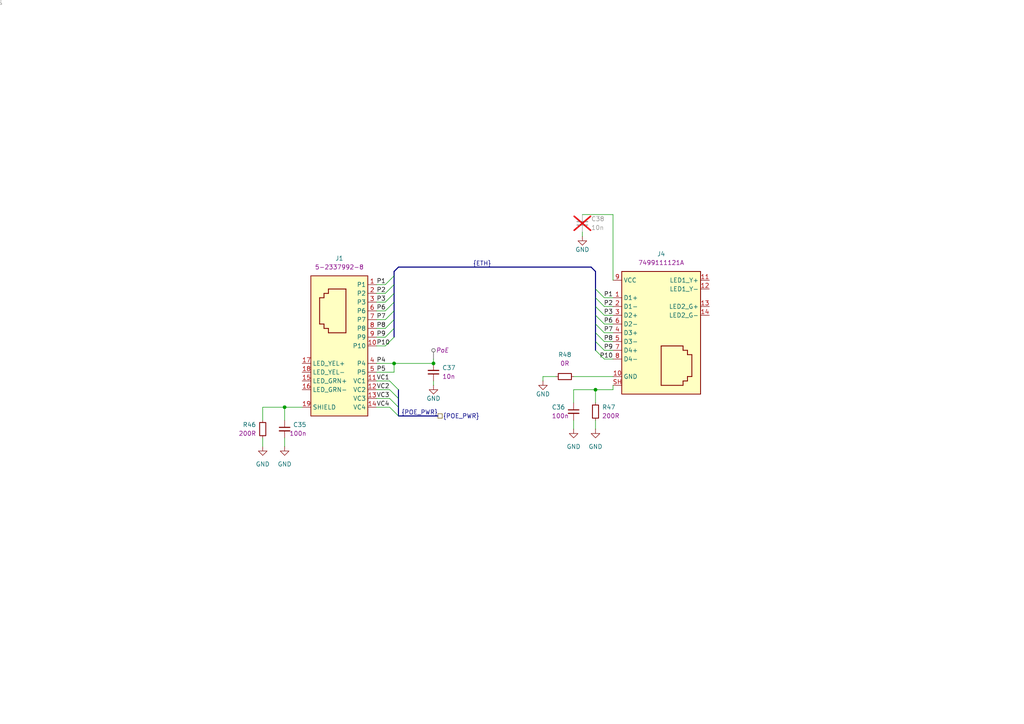
<source format=kicad_sch>
(kicad_sch (version 20230121) (generator eeschema)
  (paper "A4")
  (lib_symbols
    (symbol "antmicroCapacitors0402:C_100n_0402" (pin_numbers hide) (pin_names hide)
      (property "Reference" "C" (at 20.32 -5.08 0))
      (property "Val" "100n" (at 20.32 -7.62 0))
      (symbol "C_100n_0402_0_1"
        (polyline (pts (xy 2.032 -1.524) (xy 2.032 1.524)) (stroke (width 0.3048)))
        (polyline (pts (xy 3.048 -1.524) (xy 3.048 1.524)) (stroke (width 0.3302)))
      )
      (symbol "C_100n_0402_1_1"
        (pin passive line (at 0 0 0) (length 2.032) (name "~") (number "1"))
        (pin passive line (at 5.08 0 180) (length 2.032) (name "~") (number "2"))
      )
    )
    (symbol "antmicroCapacitors0603:C_10n_0603" (pin_numbers hide) (pin_names hide)
      (property "Reference" "C" (at 20.32 -5.08 0))
      (property "Val" "10n" (at 20.32 -7.62 0))
      (symbol "C_10n_0603_0_1"
        (polyline (pts (xy 2.032 -1.524) (xy 2.032 1.524)) (stroke (width 0.3048)))
        (polyline (pts (xy 3.048 -1.524) (xy 3.048 1.524)) (stroke (width 0.3302)))
      )
      (symbol "C_10n_0603_1_1"
        (pin passive line (at 0 0 0) (length 2.032) (name "~") (number "1"))
        (pin passive line (at 5.08 0 180) (length 2.032) (name "~") (number "2"))
      )
    )
    (symbol "antmicroModularConnectorsJacksWithMagnetics:Bus_RJ45_5-2337992-8"
      (property "Reference" "J" (at 35.56 -2.54 0))
      (property "MPN" "5-2337992-8" (at 35.56 -12.7 0))
      (symbol "Bus_RJ45_5-2337992-8_1_1"
        (polyline (pts (xy 8.89 -13.97) (xy 13.97 -13.97)) (stroke (width 0.254)) (fill (type background)))
        (polyline (pts (xy 8.89 -1.27) (xy 8.89 -13.97)) (stroke (width 0.254)) (fill (type background)))
        (polyline (pts (xy 8.89 -1.27) (xy 13.97 -1.27)) (stroke (width 0.254)) (fill (type background)))
        (polyline (pts (xy 13.97 -13.97) (xy 13.97 -12.7)) (stroke (width 0.254)) (fill (type background)))
        (polyline (pts (xy 13.97 -12.7) (xy 15.24 -12.7)) (stroke (width 0.254)) (fill (type background)))
        (polyline (pts (xy 13.97 -2.54) (xy 15.24 -2.54)) (stroke (width 0.254)) (fill (type background)))
        (polyline (pts (xy 13.97 -1.27) (xy 13.97 -2.54)) (stroke (width 0.254)) (fill (type background)))
        (polyline (pts (xy 15.24 -12.7) (xy 15.24 -11.43)) (stroke (width 0.254)) (fill (type background)))
        (polyline (pts (xy 15.24 -11.43) (xy 16.51 -11.43)) (stroke (width 0.254)) (fill (type background)))
        (polyline (pts (xy 15.24 -3.81) (xy 16.51 -3.81)) (stroke (width 0.254)) (fill (type background)))
        (polyline (pts (xy 15.24 -2.54) (xy 15.24 -3.81)) (stroke (width 0.254)) (fill (type background)))
        (polyline (pts (xy 16.51 -3.81) (xy 16.51 -11.43)) (stroke (width 0.254)) (fill (type background)))
        (rectangle (start 2.54 2.54) (end 19.05 -38.1) (stroke (width 0.254)) (fill (type background)))
        (pin bidirectional line (at 0 0 0) (length 2.54) (name "P1") (number "1"))
        (pin bidirectional line (at 0 -17.78 0) (length 2.54) (name "P10") (number "10"))
        (pin bidirectional line (at 0 -27.94 0) (length 2.54) (name "VC1") (number "11"))
        (pin bidirectional line (at 0 -30.48 0) (length 2.54) (name "VC2") (number "12"))
        (pin bidirectional line (at 0 -33.02 0) (length 2.54) (name "VC3") (number "13"))
        (pin bidirectional line (at 0 -35.56 0) (length 2.54) (name "VC4") (number "14"))
        (pin passive line (at 21.59 -27.94 180) (length 2.54) (name "LED_GRN+") (number "15"))
        (pin passive line (at 21.59 -30.48 180) (length 2.54) (name "LED_GRN-") (number "16"))
        (pin passive line (at 21.59 -22.86 180) (length 2.54) (name "LED_YEL+") (number "17"))
        (pin passive line (at 21.59 -25.4 180) (length 2.54) (name "LED_YEL-") (number "18"))
        (pin passive line (at 21.59 -35.56 180) (length 2.54) (name "SHIELD") (number "19"))
        (pin bidirectional line (at 0 -2.54 0) (length 2.54) (name "P2") (number "2"))
        (pin passive line (at 21.59 -35.56 180) (length 2.54) hide (name "SHIELD") (number "20"))
        (pin bidirectional line (at 0 -5.08 0) (length 2.54) (name "P3") (number "3"))
        (pin bidirectional line (at 0 -22.86 0) (length 2.54) (name "P4") (number "4"))
        (pin bidirectional line (at 0 -25.4 0) (length 2.54) (name "P5") (number "5"))
        (pin bidirectional line (at 0 -7.62 0) (length 2.54) (name "P6") (number "6"))
        (pin bidirectional line (at 0 -10.16 0) (length 2.54) (name "P7") (number "7"))
        (pin bidirectional line (at 0 -12.7 0) (length 2.54) (name "P8") (number "8"))
        (pin bidirectional line (at 0 -15.24 0) (length 2.54) (name "P9") (number "9"))
      )
    )
    (symbol "antmicroModularConnectorsJacksWithMagnetics:Bus_RJ45_7499111121A"
      (property "Reference" "J" (at 41.91 0 0))
      (property "MPN" "7499111121A" (at 41.91 -10.16 0))
      (symbol "Bus_RJ45_7499111121A_1_1"
        (polyline (pts (xy 13.97 -30.48) (xy 13.97 -19.05)) (stroke (width 0.254)) (fill (type background)))
        (polyline (pts (xy 13.97 -19.05) (xy 20.32 -19.05)) (stroke (width 0.254)) (fill (type background)))
        (polyline (pts (xy 20.32 -30.48) (xy 13.97 -30.48)) (stroke (width 0.254)) (fill (type background)))
        (polyline (pts (xy 20.32 -30.48) (xy 20.32 -29.21)) (stroke (width 0.254)) (fill (type background)))
        (polyline (pts (xy 20.32 -29.21) (xy 21.59 -29.21)) (stroke (width 0.254)) (fill (type background)))
        (polyline (pts (xy 20.32 -20.32) (xy 21.59 -20.32)) (stroke (width 0.254)) (fill (type background)))
        (polyline (pts (xy 20.32 -19.05) (xy 20.32 -20.32)) (stroke (width 0.254)) (fill (type background)))
        (polyline (pts (xy 21.59 -29.21) (xy 21.59 -27.94)) (stroke (width 0.254)) (fill (type background)))
        (polyline (pts (xy 21.59 -27.94) (xy 22.86 -27.94)) (stroke (width 0.254)) (fill (type background)))
        (polyline (pts (xy 21.59 -21.59) (xy 22.86 -21.59)) (stroke (width 0.254)) (fill (type background)))
        (polyline (pts (xy 21.59 -20.32) (xy 21.59 -21.59)) (stroke (width 0.254)) (fill (type background)))
        (polyline (pts (xy 22.86 -21.59) (xy 22.86 -27.94)) (stroke (width 0.254)) (fill (type background)))
        (rectangle (start 2.54 2.54) (end 25.4 -33.02) (stroke (width 0.254)) (fill (type background)))
        (pin bidirectional line (at 0 -5.08 0) (length 2.54) (name "D1+") (number "1"))
        (pin power_in line (at 0 -27.94 0) (length 2.54) (name "GND") (number "10"))
        (pin passive line (at 27.94 0 180) (length 2.54) (name "LED1_Y+") (number "11"))
        (pin passive line (at 27.94 -2.54 180) (length 2.54) (name "LED1_Y-") (number "12"))
        (pin passive line (at 27.94 -7.62 180) (length 2.54) (name "LED2_G+") (number "13"))
        (pin passive line (at 27.94 -10.16 180) (length 2.54) (name "LED2_G-") (number "14"))
        (pin bidirectional line (at 0 -7.62 0) (length 2.54) (name "D1-") (number "2"))
        (pin bidirectional line (at 0 -10.16 0) (length 2.54) (name "D2+") (number "3"))
        (pin bidirectional line (at 0 -15.24 0) (length 2.54) (name "D3+") (number "4"))
        (pin bidirectional line (at 0 -17.78 0) (length 2.54) (name "D3-") (number "5"))
        (pin bidirectional line (at 0 -12.7 0) (length 2.54) (name "D2-") (number "6"))
        (pin bidirectional line (at 0 -20.32 0) (length 2.54) (name "D4+") (number "7"))
        (pin bidirectional line (at 0 -22.86 0) (length 2.54) (name "D4-") (number "8"))
        (pin power_in line (at 0 0 0) (length 2.54) (name "VCC") (number "9"))
        (pin passive line (at 0 -30.48 0) (length 2.54) (name "~") (number "SH"))
        (pin passive line (at 0 -30.48 0) (length 2.54) hide (name "~") (number "SH"))
      )
    )
    (symbol "antmicroResistors0402:R_0R_0402" (pin_numbers hide) (pin_names hide)
      (property "Reference" "R" (at 20.32 -5.08 0))
      (property "Val" "0R" (at 20.32 -7.62 0))
      (symbol "R_0R_0402_0_1"
        (rectangle (start 0.635 0.889) (end 4.445 -0.889) (stroke (width 0.254)))
      )
      (symbol "R_0R_0402_1_1"
        (pin passive line (at 0 0 0) (length 0.635) (name "~") (number "1"))
        (pin passive line (at 5.08 0 180) (length 0.635) (name "~") (number "2"))
      )
    )
    (symbol "antmicroResistors0402:R_200R_0402" (pin_numbers hide) (pin_names hide)
      (property "Reference" "R" (at 20.32 -5.08 0))
      (property "Val" "200R" (at 20.32 -7.62 0))
      (symbol "R_200R_0402_0_1"
        (rectangle (start 0.635 0.889) (end 4.445 -0.889) (stroke (width 0.254)))
      )
      (symbol "R_200R_0402_1_1"
        (pin passive line (at 0 0 0) (length 0.635) (name "~") (number "1"))
        (pin passive line (at 5.08 0 180) (length 0.635) (name "~") (number "2"))
      )
    )
    (symbol "antmicropower:GND" (power) (pin_numbers hide) (pin_names hide)
      (property "Value" "GND" (at 8.89 -5.08 0))
      (symbol "GND_1_1"
        (polyline (pts (xy 0 0) (xy 0 -1.27) (xy 1.27 -1.27) (xy 0 -2.54) (xy -1.27 -1.27) (xy 0 -1.27)))
        (pin power_in line (at 0 0 270) (length 0) (name "GND") (number "1"))
      )
    )
  )
  (junction (at 172.72 113.03))
  (junction (at 125.73 105.41))
  (junction (at 82.55 118.11))
  (junction (at 114.3 105.41))
  (bus_entry (at 114.3 82.55) (size -2.54 2.54))
  (bus_entry (at 114.3 85.09) (size -2.54 2.54))
  (bus_entry (at 114.3 97.79) (size -2.54 2.54))
  (bus_entry (at 115.57 118.11) (size -2.54 -2.54))
  (bus_entry (at 172.72 83.82) (size 2.54 2.54))
  (bus_entry (at 172.72 96.52) (size 2.54 2.54))
  (bus_entry (at 172.72 86.36) (size 2.54 2.54))
  (bus_entry (at 172.72 91.44) (size 2.54 2.54))
  (bus_entry (at 114.3 95.25) (size -2.54 2.54))
  (bus_entry (at 172.72 99.06) (size 2.54 2.54))
  (bus_entry (at 172.72 93.98) (size 2.54 2.54))
  (bus_entry (at 114.3 80.01) (size -2.54 2.54))
  (bus_entry (at 115.57 115.57) (size -2.54 -2.54))
  (bus_entry (at 115.57 120.65) (size -2.54 -2.54))
  (bus_entry (at 172.72 101.6) (size 2.54 2.54))
  (bus_entry (at 172.72 88.9) (size 2.54 2.54))
  (bus_entry (at 115.57 113.03) (size -2.54 -2.54))
  (bus_entry (at 114.3 87.63) (size -2.54 2.54))
  (bus_entry (at 114.3 90.17) (size -2.54 2.54))
  (bus_entry (at 114.3 92.71) (size -2.54 2.54))
  (wire (pts (xy 109.22 105.41) (xy 114.3 105.41)))
  (wire (pts (xy 109.22 100.33) (xy 111.76 100.33)))
  (bus (pts (xy 114.3 78.74) (xy 114.3 80.01)))
  (wire (pts (xy 82.55 118.11) (xy 82.55 121.92)))
  (wire (pts (xy 177.8 81.28) (xy 177.8 62.23)))
  (wire (pts (xy 166.37 113.03) (xy 166.37 116.84)))
  (wire (pts (xy 177.8 109.22) (xy 166.37 109.22)))
  (wire (pts (xy 109.22 82.55) (xy 111.76 82.55)))
  (wire (pts (xy 125.73 104.14) (xy 125.73 105.41)))
  (wire (pts (xy 168.91 67.31) (xy 168.91 68.58)))
  (bus (pts (xy 115.57 77.47) (xy 171.45 77.47)))
  (bus (pts (xy 115.57 115.57) (xy 115.57 118.11)))
  (bus (pts (xy 114.3 95.25) (xy 114.3 97.79)))
  (bus (pts (xy 172.72 96.52) (xy 172.72 99.06)))
  (wire (pts (xy 177.8 88.9) (xy 175.26 88.9)))
  (wire (pts (xy 82.55 127) (xy 82.55 129.54)))
  (wire (pts (xy 177.8 101.6) (xy 175.26 101.6)))
  (bus (pts (xy 114.3 90.17) (xy 114.3 92.71)))
  (bus (pts (xy 114.3 92.71) (xy 114.3 95.25)))
  (wire (pts (xy 114.3 107.95) (xy 114.3 105.41)))
  (wire (pts (xy 177.8 62.23) (xy 168.91 62.23)))
  (wire (pts (xy 109.22 85.09) (xy 111.76 85.09)))
  (wire (pts (xy 109.22 118.11) (xy 113.03 118.11)))
  (wire (pts (xy 166.37 113.03) (xy 172.72 113.03)))
  (wire (pts (xy 161.29 109.22) (xy 157.48 109.22)))
  (wire (pts (xy 109.22 113.03) (xy 113.03 113.03)))
  (wire (pts (xy 109.22 95.25) (xy 111.76 95.25)))
  (bus (pts (xy 172.72 99.06) (xy 172.72 101.6)))
  (bus (pts (xy 127 120.65) (xy 115.57 120.65)))
  (bus (pts (xy 115.57 113.03) (xy 115.57 115.57)))
  (wire (pts (xy 177.8 104.14) (xy 175.26 104.14)))
  (wire (pts (xy 82.55 118.11) (xy 87.63 118.11)))
  (bus (pts (xy 172.72 78.74) (xy 172.72 83.82)))
  (wire (pts (xy 177.8 99.06) (xy 175.26 99.06)))
  (bus (pts (xy 172.72 78.74) (xy 171.45 77.47)))
  (wire (pts (xy 76.2 118.11) (xy 82.55 118.11)))
  (bus (pts (xy 172.72 91.44) (xy 172.72 93.98)))
  (wire (pts (xy 166.37 121.92) (xy 166.37 124.46)))
  (wire (pts (xy 177.8 93.98) (xy 175.26 93.98)))
  (wire (pts (xy 172.72 116.84) (xy 172.72 113.03)))
  (wire (pts (xy 109.22 97.79) (xy 111.76 97.79)))
  (wire (pts (xy 114.3 105.41) (xy 125.73 105.41)))
  (wire (pts (xy 76.2 127) (xy 76.2 129.54)))
  (wire (pts (xy 177.8 91.44) (xy 175.26 91.44)))
  (wire (pts (xy 172.72 121.92) (xy 172.72 124.46)))
  (wire (pts (xy 76.2 121.92) (xy 76.2 118.11)))
  (bus (pts (xy 172.72 88.9) (xy 172.72 91.44)))
  (bus (pts (xy 172.72 83.82) (xy 172.72 86.36)))
  (bus (pts (xy 172.72 86.36) (xy 172.72 88.9)))
  (wire (pts (xy 109.22 92.71) (xy 111.76 92.71)))
  (wire (pts (xy 177.8 113.03) (xy 177.8 111.76)))
  (bus (pts (xy 115.57 118.11) (xy 115.57 120.65)))
  (bus (pts (xy 114.3 80.01) (xy 114.3 82.55)))
  (wire (pts (xy 109.22 107.95) (xy 114.3 107.95)))
  (wire (pts (xy 172.72 113.03) (xy 177.8 113.03)))
  (wire (pts (xy 109.22 115.57) (xy 113.03 115.57)))
  (bus (pts (xy 114.3 82.55) (xy 114.3 85.09)))
  (wire (pts (xy 109.22 87.63) (xy 111.76 87.63)))
  (bus (pts (xy 114.3 78.74) (xy 115.57 77.47)))
  (wire (pts (xy 125.73 110.49) (xy 125.73 111.76)))
  (wire (pts (xy 109.22 90.17) (xy 111.76 90.17)))
  (bus (pts (xy 114.3 87.63) (xy 114.3 90.17)))
  (wire (pts (xy 157.48 109.22) (xy 157.48 110.49)))
  (wire (pts (xy 109.22 110.49) (xy 113.03 110.49)))
  (wire (pts (xy 177.8 86.36) (xy 175.26 86.36)))
  (bus (pts (xy 114.3 85.09) (xy 114.3 87.63)))
  (bus (pts (xy 172.72 93.98) (xy 172.72 96.52)))
  (wire (pts (xy 177.8 96.52) (xy 175.26 96.52)))
  (label "VC3" (at 109.22 115.57 0))
  (label "P10" (at 177.8 104.14 180))
  (label "{ETH}" (at 137.16 77.47 0))
  (label "P8" (at 177.8 99.06 180))
  (label "P7" (at 109.22 92.71 0))
  (label "P9" (at 109.22 97.79 0))
  (label "P1" (at 109.22 82.55 0))
  (label "P1" (at 177.8 86.36 180))
  (label "P6" (at 109.22 90.17 0))
  (label "P3" (at 177.8 91.44 180))
  (label "P5" (at 109.22 107.95 0))
  (label "P4" (at 109.22 105.41 0))
  (label "P2" (at 109.22 85.09 0))
  (label "P3" (at 109.22 87.63 0))
  (label "P2" (at 177.8 88.9 180))
  (label "{POE_PWR}" (at 127 120.65 180))
  (label "VC4" (at 109.22 118.11 0))
  (label "VC1" (at 109.22 110.49 0))
  (label "P7" (at 177.8 96.52 180))
  (label "VC2" (at 109.22 113.03 0))
  (label "P10" (at 109.22 100.33 0))
  (label "P8" (at 109.22 95.25 0))
  (label "P9" (at 177.8 101.6 180))
  (label "P6" (at 177.8 93.98 180))
  (hierarchical_label "{POE_PWR}" (shape passive) (at 127 120.65 0))
  (netclass_flag "" (length 2.54) (shape round) (at 125.73 104.14 0) (property "Netclass" "PoE" (at 126.4285 101.6 0) (effects (font italic) (justify left))))
  (symbol (lib_id "antmicroCapacitors0402:C_100n_0402") (at 82.55 121.92 270) (unit 1)
    (property "Reference" "C35" (at 88.9 123.19 90) (effects (justify right)))
    (property "Value" "C_100n_0402" (effects hide))
    (property "Footprint" "antmicro-footprints:C_0402_1005Metric" (effects hide))
    (property "Datasheet" "https://search.murata.co.jp/Ceramy/image/img/A01X/G101/ENG/GRM155R61H104KE14-01.pdf" (effects hide))
    (property "Manufacturer" "Murata" (effects hide))
    (property "MPN" "GRM155R61H104KE14D" (effects hide))
    (property "Val" "100n" (at 88.9 125.73 90) (effects (justify right)))
    (property "License" "Apache-2.0" (effects hide))
    (property "Author" "Antmicro" (effects hide))
    (property "Voltage" "50V" (effects hide))
    (property "Dielectric" "X5R" (effects hide))
  )
  (symbol (lib_id "antmicroModularConnectorsJacksWithMagnetics:Bus_RJ45_5-2337992-8") (at 109.22 82.55 0) (mirror y) (unit 1)
    (property "Reference" "J1" (at 98.425 74.93 0))
    (property "Value" "Bus_RJ45_5-2337992-8" (effects hide))
    (property "Footprint" "antmicro-footprints:RJ45_X-2337992-8_Horizontal" (effects hide))
    (property "Datasheet" "https://www.te.com/commerce/DocumentDelivery/DDEController?Action=showdoc&DocId=Customer+Drawing%7F5-2337992-8%7FA%7Fpdf%7FEnglish%7FENG_CD_5-2337992-8_A.pdf%7F5-2337992-8" (effects hide))
    (property "MPN" "5-2337992-8" (at 98.425 77.47 0))
    (property "Manufacturer" "TE Connectivity" (effects hide))
    (property "Author" "Antmicro" (effects hide))
    (property "License" "Apache-2.0" (effects hide))
  )
  (symbol (lib_id "antmicroResistors0402:R_0R_0402") (at 161.29 109.22 0) (unit 1)
    (property "Reference" "R48" (at 163.83 102.87 0))
    (property "Value" "R_0R_0402" (effects hide))
    (property "Footprint" "antmicro-footprints:R_0402_1005Metric" (effects hide))
    (property "Datasheet" "https://industrial.panasonic.com/cdbs/www-data/pdf/RDA0000/AOA0000C301.pdf" (effects hide))
    (property "MPN" "ERJ2GE0R00X" (effects hide))
    (property "Manufacturer" "Panasonic" (effects hide))
    (property "License" "Apache-2.0" (effects hide))
    (property "Author" "Antmicro" (effects hide))
    (property "Val" "0R" (at 163.83 105.41 0))
    (property "Current" "1A" (effects hide))
  )
  (symbol (lib_id "antmicroCapacitors0402:C_100n_0402") (at 166.37 116.84 90) (mirror x) (unit 1)
    (property "Reference" "C36" (at 160.02 118.11 90) (effects (justify right)))
    (property "Value" "C_100n_0402" (effects hide))
    (property "Footprint" "antmicro-footprints:C_0402_1005Metric" (effects hide))
    (property "Datasheet" "https://search.murata.co.jp/Ceramy/image/img/A01X/G101/ENG/GRM155R61H104KE14-01.pdf" (effects hide))
    (property "Manufacturer" "Murata" (effects hide))
    (property "MPN" "GRM155R61H104KE14D" (effects hide))
    (property "Val" "100n" (at 160.02 120.65 90) (effects (justify right)))
    (property "License" "Apache-2.0" (effects hide))
    (property "Author" "Antmicro" (effects hide))
    (property "Voltage" "50V" (effects hide))
    (property "Dielectric" "X5R" (effects hide))
  )
  (symbol (lib_id "antmicropower:GND") (at 82.55 129.54 0) (unit 1)
    (property "Reference" "#PWR083" (effects hide))
    (property "Value" "GND" (at 82.55 134.62 0))
    (property "Author" "Antmicro" (effects hide))
    (property "License" "Apache-2.0" (effects hide))
  )
  (symbol (lib_id "antmicropower:GND") (at 157.48 110.49 0) (unit 1)
    (property "Reference" "#PWR087" (effects hide))
    (property "Value" "GND" (at 157.48 114.3 0))
    (property "Author" "Antmicro" (effects hide))
    (property "License" "Apache-2.0" (effects hide))
  )
  (symbol (lib_id "antmicroModularConnectorsJacksWithMagnetics:Bus_RJ45_7499111121A") (at 177.8 81.28 0) (unit 1)
    (property "Reference" "J4" (at 191.77 73.66 0))
    (property "Value" "Bus_RJ45_7499111121A" (effects hide))
    (property "Footprint" "antmicro-footprints:RJ45_7499111121A_Horizontal" (effects hide))
    (property "Datasheet" "https://www.we-online.com/components/products/datasheet/7499111121A.pdf" (effects hide))
    (property "MPN" "7499111121A" (at 191.77 76.2 0))
    (property "Manufacturer" "Würth Elektronik" (effects hide))
    (property "Author" "Antmicro" (effects hide))
    (property "License" "Apache-2.0" (effects hide))
  )
  (symbol (lib_id "antmicropower:GND") (at 168.91 68.58 0) (unit 1)
    (property "Reference" "#PWR088" (effects hide))
    (property "Value" "GND" (at 168.91 72.39 0))
    (property "Author" "Antmicro" (effects hide))
    (property "License" "Apache-2.0" (effects hide))
  )
  (symbol (lib_id "antmicropower:GND") (at 76.2 129.54 0) (unit 1)
    (property "Reference" "#PWR082" (effects hide))
    (property "Value" "GND" (at 76.2 134.62 0))
    (property "Author" "Antmicro" (effects hide))
    (property "License" "Apache-2.0" (effects hide))
  )
  (symbol (lib_id "antmicroResistors0402:R_200R_0402") (at 172.72 121.92 270) (mirror x) (unit 1)
    (property "Reference" "R47" (at 174.625 118.11 90) (effects (justify left)))
    (property "Value" "R_200R_0402" (effects hide))
    (property "Footprint" "antmicro-footprints:R_0402_1005Metric" (effects hide))
    (property "Datasheet" "https://www.bourns.com/docs/product-datasheets/cr.pdf" (effects hide))
    (property "Manufacturer" "Bourns" (effects hide))
    (property "MPN" "CR0402-FX-2000GLF" (effects hide))
    (property "Val" "200R" (at 174.625 120.65 90) (effects (justify left)))
    (property "License" "Apache-2.0" (effects hide))
    (property "Author" "Antmicro" (effects hide))
    (property "Tolerance" "1%" (effects hide))
  )
  (symbol (lib_id "antmicropower:GND") (at 172.72 124.46 0) (unit 1)
    (property "Reference" "#PWR085" (effects hide))
    (property "Value" "GND" (at 172.72 129.54 0))
    (property "Author" "Antmicro" (effects hide))
    (property "License" "Apache-2.0" (effects hide))
  )
  (symbol (lib_id "antmicroResistors0402:R_200R_0402") (at 76.2 127 90) (unit 1)
    (property "Reference" "R46" (at 74.295 123.19 90) (effects (justify left)))
    (property "Value" "R_200R_0402" (effects hide))
    (property "Footprint" "antmicro-footprints:R_0402_1005Metric" (effects hide))
    (property "Datasheet" "https://www.bourns.com/docs/product-datasheets/cr.pdf" (effects hide))
    (property "Manufacturer" "Bourns" (effects hide))
    (property "MPN" "CR0402-FX-2000GLF" (effects hide))
    (property "Val" "200R" (at 74.295 125.73 90) (effects (justify left)))
    (property "License" "Apache-2.0" (effects hide))
    (property "Author" "Antmicro" (effects hide))
    (property "Tolerance" "1%" (effects hide))
  )
  (symbol (lib_id "antmicroCapacitors0603:C_10n_0603") (at 125.73 110.49 90) (unit 1)
    (property "Reference" "C37" (at 128.27 106.6736 90) (effects (justify right)))
    (property "Value" "C_10n_0603" (effects hide))
    (property "Footprint" "antmicro-footprints:C_0603_1608Metric" (effects hide))
    (property "Datasheet" "https://spicat.kyocera-avx.com/product/mlcc/chartview/06031C103JAT2A/" (effects hide))
    (property "MPN" "06031C103JAT2A" (effects hide))
    (property "Manufacturer" "AVX" (effects hide))
    (property "License" "Apache-2.0" (effects hide))
    (property "Author" "Antmicro" (effects hide))
    (property "Val" "10n" (at 128.27 109.2136 90) (effects (justify right)))
    (property "Public" "False" (effects hide))
  )
  (symbol (lib_id "antmicropower:GND") (at 125.73 111.76 0) (unit 1)
    (property "Reference" "#PWR086" (effects hide))
    (property "Value" "GND" (at 125.73 115.57 0))
    (property "Author" "Antmicro" (effects hide))
    (property "License" "Apache-2.0" (effects hide))
  )
  (symbol (lib_id "antmicroCapacitors0603:C_10n_0603") (at 168.91 67.31 90) (unit 1) (in_bom no) (dnp yes)
    (property "Reference" "C38" (at 171.45 63.4936 90) (effects (justify right)))
    (property "Value" "C_10n_0603" (effects hide))
    (property "Footprint" "antmicro-footprints:C_0603_1608Metric" (effects hide))
    (property "Datasheet" "https://spicat.kyocera-avx.com/product/mlcc/chartview/06031C103JAT2A/" (effects hide))
    (property "MPN" "06031C103JAT2A" (effects hide))
    (property "Manufacturer" "AVX" (effects hide))
    (property "License" "Apache-2.0" (effects hide))
    (property "Author" "Antmicro" (effects hide))
    (property "Val" "10n" (at 171.45 66.0336 90) (effects (justify right)))
    (property "Public" "False" (effects hide))
    (property "DNP" "DNP" (at 0 0 0) (effects (font (size 1 1))))
  )
  (symbol (lib_id "antmicropower:GND") (at 166.37 124.46 0) (unit 1)
    (property "Reference" "#PWR084" (effects hide))
    (property "Value" "GND" (at 166.37 129.54 0))
    (property "Author" "Antmicro" (effects hide))
    (property "License" "Apache-2.0" (effects hide))
  )
)
</source>
